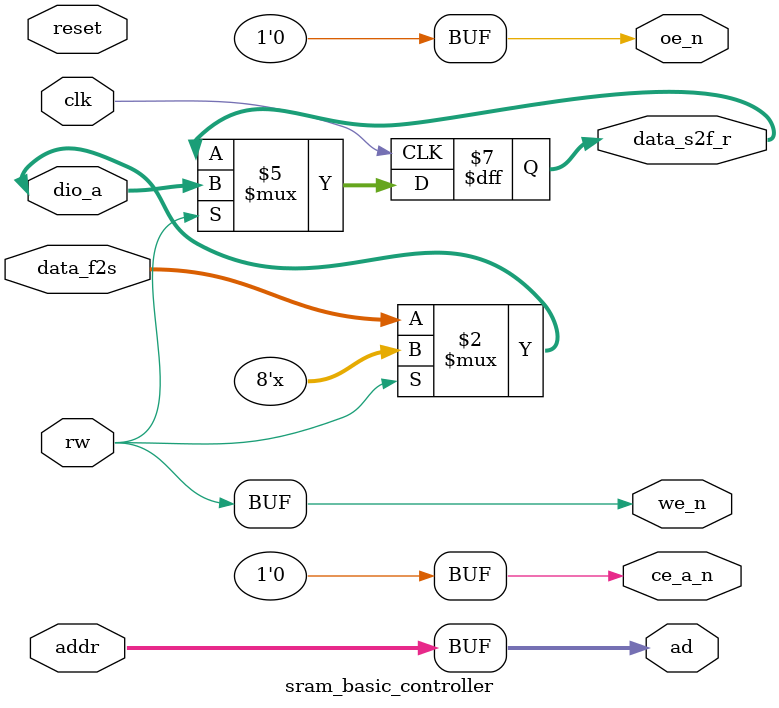
<source format=v>
`timescale 1ns / 1ps


module sram_basic_controller(

  input wire clk,                        //  Clock signal
  input wire reset,                      //  Reset signal

  input wire rw,                         //  With this signal, we select reading or writing operation
  input wire [18:0] addr,                //  Address bus
  input wire [7:0] data_f2s,             //  Data to be writteb in the SRAM
  
  output reg [7:0] data_s2f_r,           //  It is the 8-bit registered data retrieved from the SRAM (the -s2f suffix stands for SRAM to FPGA)
  output wire [18:0] ad,                 //  Address bus
  output wire we_n,                      //  Write enable (active-low)
  output wire oe_n,                      //  Output enable (active-low)

  inout wire [7:0] dio_a,                //  Data bus
  output wire ce_a_n                     //  Chip enable (active-low). Disables or enables the chip.
  );

  assign ce_a_n = 1'b0;
  assign oe_n = 1'b0;
  assign we_n = rw;
  assign ad = addr;
  
  assign dio_a = (rw == 1'b1)? 8'hZZ : data_f2s;
  
  always @(posedge clk) begin
    if (rw == 1'b1)
      data_s2f_r <= dio_a;
  end
endmodule

</source>
